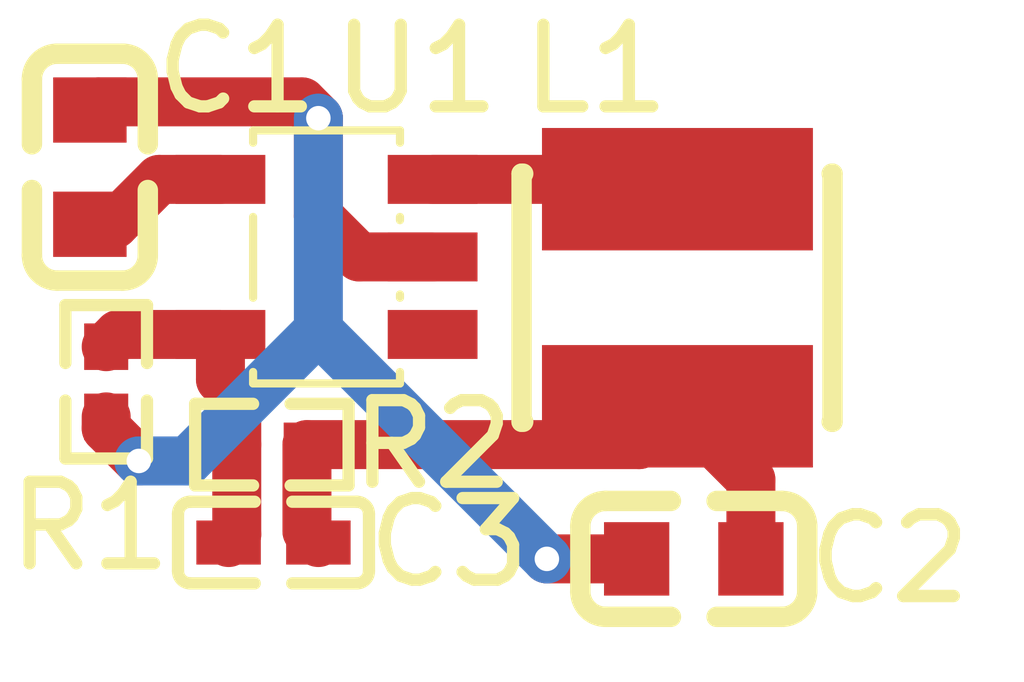
<source format=kicad_pcb>
(kicad_pcb (version 20241229) (generator "pcbnew") (generator_version "9.0")
  (layers (0 "F.Cu" signal) (2 "B.Cu" signal) (13 "F.Paste" user) (15 "B.Paste" user) (5 "F.SilkS" user "F.Silkscreen") (7 "B.SilkS" user "B.Silkscreen") (1 "F.Mask" user) (3 "B.Mask" user) (25 "Edge.Cuts" user))
  (net 0 "")
  (net 1 "EN")
  (net 2 "hv")
  (net 3 "SW")
  (net 4 "FB")
  (net 5 "VIN")
  (net 6 "gnd")
  (footprint "atopile:IND-SMD_L3.0-W3.0-a13401" (layer "F.Cu") (at 89 74 90)
    (property "Reference" "L1" (at 2.8 -1 0) (layer "F.SilkS"))
    (property "Value" "")
    (fp_line (start 1.52 -1.91) (end 1.52 -1.89) (stroke (width 0.25)) (layer "F.SilkS"))
    (fp_line (start -1.52 -1.91) (end 1.52 -1.91) (stroke (width 0.25)) (layer "F.SilkS"))
    (fp_line (start -1.52 -1.89) (end -1.52 -1.91) (stroke (width 0.25)) (layer "F.SilkS"))
    (fp_line (start 1.52 1.89) (end 1.52 1.9) (stroke (width 0.25)) (layer "F.SilkS"))
    (fp_line (start -1.52 1.9) (end -1.52 1.89) (stroke (width 0.25)) (layer "F.SilkS"))
    (fp_line (start -1.52 1.9) (end 1.52 1.9) (stroke (width 0.25)) (layer "F.SilkS"))
    (pad "1" smd rect (at 1.33 0 90) (size 1.5 3.32) (layers "F.Cu" "F.Mask" "F.Paste") (net 3 "SW"))
    (pad "2" smd rect (at -1.33 0 90) (size 1.5 3.32) (layers "F.Cu" "F.Mask" "F.Paste") (net 2 "hv"))
  )
  (footprint "atopile:C0603-bd72f6" (layer "F.Cu") (at 81.8 72.4 90)
    (property "Reference" "C1" (at 1.2 1.8 180) (layer "F.SilkS"))
    (property "Value" "100nF ±10% 50V X7R" (hide yes))
    (fp_line (start 0.28 -0.71) (end 1.08 -0.71) (stroke (width 0.25)) (layer "F.SilkS"))
    (fp_line (start -0.28 -0.71) (end -1.08 -0.71) (stroke (width 0.25)) (layer "F.SilkS"))
    (fp_line (start 1.39 -0.4) (end 1.39 0.4) (stroke (width 0.25)) (layer "F.SilkS"))
    (fp_line (start -1.39 0.4) (end -1.39 -0.4) (stroke (width 0.25)) (layer "F.SilkS"))
    (fp_line (start 0.28 0.71) (end 1.08 0.71) (stroke (width 0.25)) (layer "F.SilkS"))
    (fp_line (start -0.28 0.71) (end -1.08 0.71) (stroke (width 0.25)) (layer "F.SilkS"))
    (fp_arc (start 1.08 -0.71) (mid 1.299203 -0.619203) (end 1.39 -0.4) (stroke (width 0.25)) (layer "F.SilkS"))
    (fp_arc (start -1.39 -0.4) (mid -1.299203 -0.619203) (end -1.08 -0.71) (stroke (width 0.25)) (layer "F.SilkS"))
    (fp_arc (start 1.39 0.4) (mid 1.299203 0.619203) (end 1.08 0.71) (stroke (width 0.25)) (layer "F.SilkS"))
    (fp_arc (start -1.08 0.71) (mid -1.299203 0.619203) (end -1.39 0.4) (stroke (width 0.25)) (layer "F.SilkS"))
    (pad "1" smd rect (at -0.7 0 90) (size 0.8 0.9) (layers "F.Cu" "F.Mask" "F.Paste") (net 5 "VIN"))
    (pad "2" smd rect (at 0.7 0 90) (size 0.8 0.9) (layers "F.Cu" "F.Mask" "F.Paste") (net 6 "gnd"))
  )
  (footprint "atopile:R0402-56259e" (layer "F.Cu") (at 82 75.03 -90)
    (property "Reference" "R1" (at 1.77 0.2 180) (layer "F.SilkS"))
    (property "Value" "200kΩ ±1% 62.5mW" (hide yes))
    (fp_line (start -0.94 0.5) (end -0.94 -0.5) (stroke (width 0.15)) (layer "F.SilkS"))
    (fp_line (start -0.23 0.5) (end -0.94 0.5) (stroke (width 0.15)) (layer "F.SilkS"))
    (fp_line (start 0.23 0.5) (end 0.94 0.5) (stroke (width 0.15)) (layer "F.SilkS"))
    (fp_line (start 0.94 0.5) (end 0.94 -0.5) (stroke (width 0.15)) (layer "F.SilkS"))
    (fp_line (start -0.94 -0.5) (end -0.23 -0.5) (stroke (width 0.15)) (layer "F.SilkS"))
    (fp_line (start 0.94 -0.5) (end 0.23 -0.5) (stroke (width 0.15)) (layer "F.SilkS"))
    (pad "1" smd rect (at -0.43 0 270) (size 0.57 0.54) (layers "F.Cu" "F.Mask" "F.Paste") (net 4 "FB"))
    (pad "2" smd rect (at 0.43 0 270) (size 0.57 0.54) (layers "F.Cu" "F.Mask" "F.Paste") (net 6 "gnd"))
  )
  (footprint "atopile:C0402-b3ef17" (layer "F.Cu") (at 84.05 77 180)
    (property "Reference" "C3" (hide yes))
    (property "Value" "100nF ±10% 16V X7R" (hide yes))
    (fp_line (start 1.17 0.35) (end 1.17 -0.35) (stroke (width 0.15)) (layer "F.SilkS"))
    (fp_line (start 1.02 -0.5) (end 0.23 -0.5) (stroke (width 0.15)) (layer "F.SilkS"))
    (fp_line (start 0.23 0.5) (end 1.02 0.5) (stroke (width 0.15)) (layer "F.SilkS"))
    (fp_line (start -0.23 0.5) (end -1.02 0.5) (stroke (width 0.15)) (layer "F.SilkS"))
    (fp_line (start -1.02 -0.5) (end -0.23 -0.5) (stroke (width 0.15)) (layer "F.SilkS"))
    (fp_line (start -1.17 0.35) (end -1.17 -0.35) (stroke (width 0.15)) (layer "F.SilkS"))
    (fp_arc (start 1.17 0.35) (mid 1.126066 0.456066) (end 1.02 0.5) (stroke (width 0.15)) (layer "F.SilkS"))
    (fp_arc (start 1.02 -0.5) (mid 1.126066 -0.456066) (end 1.17 -0.35) (stroke (width 0.15)) (layer "F.SilkS"))
    (fp_arc (start -1.02 0.5) (mid -1.126066 0.456066) (end -1.17 0.35) (stroke (width 0.15)) (layer "F.SilkS"))
    (fp_arc (start -1.17 -0.35) (mid -1.126066 -0.456066) (end -1.02 -0.5) (stroke (width 0.15)) (layer "F.SilkS"))
    (fp_text user "${REFERENCE}" (at -2.15 0 0) (layer "F.SilkS"))
    (pad "1" smd rect (at -0.55 0 180) (size 0.79 0.54) (layers "F.Cu" "F.Mask" "F.Paste") (net 2 "hv"))
    (pad "2" smd rect (at 0.55 0 180) (size 0.79 0.54) (layers "F.Cu" "F.Mask" "F.Paste") (net 4 "FB"))
  )
  (footprint "atopile:C0603-bd72f6" (layer "F.Cu") (at 89.2 77.2 180)
    (property "Reference" "C2" (at -2.4 0 0) (layer "F.SilkS"))
    (property "Value" "100nF ±10% 50V X7R" (hide yes))
    (fp_line (start 1.39 -0.4) (end 1.39 0.4) (stroke (width 0.25)) (layer "F.SilkS"))
    (fp_line (start 0.28 0.71) (end 1.08 0.71) (stroke (width 0.25)) (layer "F.SilkS"))
    (fp_line (start 0.28 -0.71) (end 1.08 -0.71) (stroke (width 0.25)) (layer "F.SilkS"))
    (fp_line (start -0.28 0.71) (end -1.08 0.71) (stroke (width 0.25)) (layer "F.SilkS"))
    (fp_line (start -0.28 -0.71) (end -1.08 -0.71) (stroke (width 0.25)) (layer "F.SilkS"))
    (fp_line (start -1.39 0.4) (end -1.39 -0.4) (stroke (width 0.25)) (layer "F.SilkS"))
    (fp_arc (start 1.39 0.4) (mid 1.299203 0.619203) (end 1.08 0.71) (stroke (width 0.25)) (layer "F.SilkS"))
    (fp_arc (start 1.08 -0.71) (mid 1.299203 -0.619203) (end 1.39 -0.4) (stroke (width 0.25)) (layer "F.SilkS"))
    (fp_arc (start -1.08 0.71) (mid -1.299203 0.619203) (end -1.39 0.4) (stroke (width 0.25)) (layer "F.SilkS"))
    (fp_arc (start -1.39 -0.4) (mid -1.299203 -0.619203) (end -1.08 -0.71) (stroke (width 0.25)) (layer "F.SilkS"))
    (fp_text user "${REFERENCE}" (at -2.4 0 0) (layer "F.SilkS"))
    (pad "1" smd rect (at -0.7 0 180) (size 0.8 0.9) (layers "F.Cu" "F.Mask" "F.Paste") (net 2 "hv"))
    (pad "2" smd rect (at 0.7 0 180) (size 0.8 0.9) (layers "F.Cu" "F.Mask" "F.Paste") (net 6 "gnd"))
  )
  (footprint "atopile:R0402-56259e" (layer "F.Cu") (at 84.03 75.8 180)
    (property "Reference" "R2" (at -1.97 0 0) (layer "F.SilkS"))
    (property "Value" "100kΩ ±1% 62.5mW" (hide yes))
    (fp_line (start 0.94 0.5) (end 0.94 -0.5) (stroke (width 0.15)) (layer "F.SilkS"))
    (fp_line (start 0.94 -0.5) (end 0.23 -0.5) (stroke (width 0.15)) (layer "F.SilkS"))
    (fp_line (start 0.23 0.5) (end 0.94 0.5) (stroke (width 0.15)) (layer "F.SilkS"))
    (fp_line (start -0.23 0.5) (end -0.94 0.5) (stroke (width 0.15)) (layer "F.SilkS"))
    (fp_line (start -0.94 0.5) (end -0.94 -0.5) (stroke (width 0.15)) (layer "F.SilkS"))
    (fp_line (start -0.94 -0.5) (end -0.23 -0.5) (stroke (width 0.15)) (layer "F.SilkS"))
    (pad "1" smd rect (at -0.43 0 180) (size 0.57 0.54) (layers "F.Cu" "F.Mask" "F.Paste") (net 2 "hv"))
    (pad "2" smd rect (at 0.43 0 180) (size 0.57 0.54) (layers "F.Cu" "F.Mask" "F.Paste") (net 4 "FB"))
  )
  (footprint "atopile:SOT-23-5_L3.0-W1.7-P0.95-LS2.8-BR-9d80aa" (layer "F.Cu") (at 84.7 73.5)
    (property "Reference" "U1" (at 1.1 -2.3 0) (layer "F.SilkS"))
    (property "Value" "")
    (fp_line (start -0.9 -1.55) (end -0.9 -1.4) (stroke (width 0.1)) (layer "F.SilkS"))
    (fp_line (start -0.9 -1.55) (end 0.9 -1.55) (stroke (width 0.1)) (layer "F.SilkS"))
    (fp_line (start -0.9 -0.49) (end -0.9 0.5) (stroke (width 0.1)) (layer "F.SilkS"))
    (fp_line (start -0.9 1.41) (end -0.9 1.55) (stroke (width 0.1)) (layer "F.SilkS"))
    (fp_line (start -0.9 1.55) (end 0.9 1.55) (stroke (width 0.1)) (layer "F.SilkS"))
    (fp_line (start 0.9 -1.55) (end 0.9 -1.4) (stroke (width 0.1)) (layer "F.SilkS"))
    (fp_line (start 0.9 -0.49) (end 0.9 -0.45) (stroke (width 0.1)) (layer "F.SilkS"))
    (fp_line (start 0.9 0.46) (end 0.9 0.5) (stroke (width 0.1)) (layer "F.SilkS"))
    (fp_line (start 0.9 1.41) (end 0.9 1.55) (stroke (width 0.1)) (layer "F.SilkS"))
    (pad "1" smd rect (at 1.3 0.95) (size 1.1 0.6) (layers "F.Cu" "F.Mask" "F.Paste") (net 1 "EN"))
    (pad "2" smd rect (at 1.3 0) (size 1.1 0.6) (layers "F.Cu" "F.Mask" "F.Paste") (net 6 "gnd"))
    (pad "3" smd rect (at 1.3 -0.95) (size 1.1 0.6) (layers "F.Cu" "F.Mask" "F.Paste") (net 3 "SW"))
    (pad "4" smd rect (at -1.3 -0.95) (size 1.1 0.6) (layers "F.Cu" "F.Mask" "F.Paste") (net 5 "VIN"))
    (pad "5" smd rect (at -1.3 0.95) (size 1.1 0.6) (layers "F.Cu" "F.Mask" "F.Paste") (net 4 "FB"))
  )
  (segment (start 88.53 75.8) (end 89 75.33) (width 0.6) (layer "F.Cu") (net 2))
  (segment (start 89 75.33) (end 89.9 76.23) (width 0.6) (layer "F.Cu") (net 2))
  (segment (start 84.46 76.86) (end 84.6 77) (width 0.6) (layer "F.Cu") (net 2))
  (segment (start 89.9 76.23) (end 89.9 77.2) (width 0.6) (layer "F.Cu") (net 2))
  (segment (start 84.46 75.8) (end 84.46 76.86) (width 0.6) (layer "F.Cu") (net 2))
  (segment (start 84.46 75.8) (end 88.53 75.8) (width 0.6) (layer "F.Cu") (net 2))
  (segment (start 88.88 72.55) (end 89 72.67) (width 0.6) (layer "F.Cu") (net 3))
  (segment (start 86 72.55) (end 88.88 72.55) (width 0.6) (layer "F.Cu") (net 3))
  (segment (start 83.4 74.45) (end 82.15 74.45) (width 0.6) (layer "F.Cu") (net 4))
  (segment (start 82.15 74.45) (end 82 74.6) (width 0.6) (layer "F.Cu") (net 4))
  (segment (start 83.4 75) (end 83.6 75.2) (width 0.6) (layer "F.Cu") (net 4))
  (segment (start 83.6 75.8) (end 83.6 76.9) (width 0.6) (layer "F.Cu") (net 4))
  (segment (start 83.6 76.9) (end 83.5 77) (width 0.6) (layer "F.Cu") (net 4))
  (segment (start 83.6 75.2) (end 83.6 75.8) (width 0.6) (layer "F.Cu") (net 4))
  (segment (start 83.4 74.45) (end 83.4 75) (width 0.6) (layer "F.Cu") (net 4))
  (segment (start 83.4 72.55) (end 82.65 72.55) (width 0.6) (layer "F.Cu") (net 5))
  (segment (start 82.1 73.1) (end 81.8 73.1) (width 0.6) (layer "F.Cu") (net 5))
  (segment (start 82.65 72.55) (end 82.1 73.1) (width 0.6) (layer "F.Cu") (net 5))
  (segment (start 86 73.5) (end 85.098 73.5) (width 0.6) (layer "F.Cu") (net 6))
  (segment (start 84.4 71.6) (end 81.9 71.6) (width 0.6) (layer "F.Cu") (net 6))
  (segment (start 84.6 71.8) (end 84.4 71.6) (width 0.6) (layer "F.Cu") (net 6))
  (segment (start 88.5 77.2) (end 87.4 77.2) (width 0.6) (layer "F.Cu") (net 6))
  (segment (start 81.9 71.6) (end 81.8 71.7) (width 0.6) (layer "F.Cu") (net 6))
  (segment (start 84.6 73.002) (end 84.6 71.8) (width 0.6) (layer "F.Cu") (net 6))
  (segment (start 85.098 73.5) (end 84.6 73.002) (width 0.6) (layer "F.Cu") (net 6))
  (segment (start 82 75.6) (end 82.4 76) (width 0.6) (layer "F.Cu") (net 6))
  (segment (start 82 75.46) (end 82 75.6) (width 0.6) (layer "F.Cu") (net 6))
  (via (at 82.4 76) (size 0.6) (drill 0.3) (layers "F.Cu" "B.Cu") (net 6))
  (via (at 84.6 71.8) (size 0.6) (drill 0.3) (layers "F.Cu" "B.Cu") (net 6))
  (via (at 87.4 77.2) (size 0.6) (drill 0.3) (layers "F.Cu" "B.Cu") (net 6))
  (segment (start 84.6 74.4) (end 84.6 71.8) (width 0.6) (layer "B.Cu") (net 6))
  (segment (start 87.4 77.2) (end 84.6 74.4) (width 0.6) (layer "B.Cu") (net 6))
  (segment (start 82.4 76) (end 83 76) (width 0.6) (layer "B.Cu") (net 6))
  (segment (start 83 76) (end 84.6 74.4) (width 0.6) (layer "B.Cu") (net 6))
)
</source>
